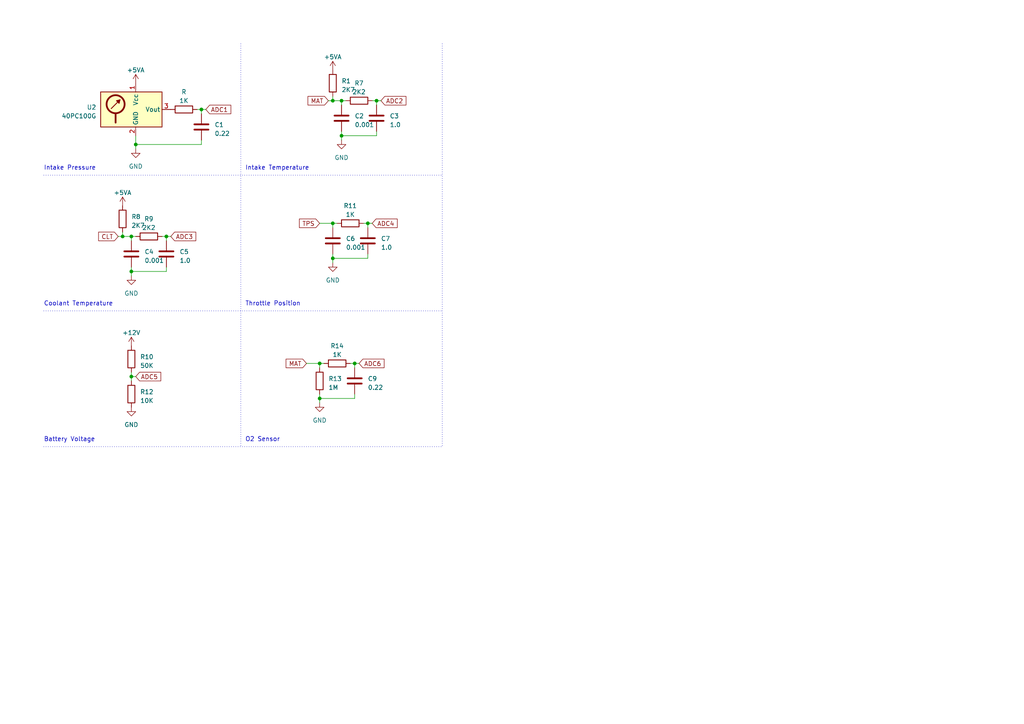
<source format=kicad_sch>
(kicad_sch (version 20230121) (generator eeschema)
  (paper "A4")
  (lib_symbols
    (symbol "Device:C" (pin_numbers hide) (pin_names (offset 0.254))
      (property "Reference" "C" (at 0.635 2.54 0))
      (property "Value" "C" (at 0.635 -2.54 0))
      (symbol "C_0_1"
        (polyline (pts (xy -2.032 -0.762) (xy 2.032 -0.762)) (stroke (width 0.508)))
        (polyline (pts (xy -2.032 0.762) (xy 2.032 0.762)) (stroke (width 0.508)))
      )
      (symbol "C_1_1"
        (pin passive line (at 0 3.81 270) (length 2.794) (name "~") (number "1"))
        (pin passive line (at 0 -3.81 90) (length 2.794) (name "~") (number "2"))
      )
    )
    (symbol "Device:R" (pin_numbers hide) (pin_names (offset 0))
      (property "Reference" "R" (at 2.032 0 90))
      (property "Value" "R" (at 0 0 90))
      (symbol "R_0_1"
        (rectangle (start -1.016 -2.54) (end 1.016 2.54) (stroke (width 0.254)))
      )
      (symbol "R_1_1"
        (pin passive line (at 0 3.81 270) (length 1.27) (name "~") (number "1"))
        (pin passive line (at 0 -3.81 90) (length 1.27) (name "~") (number "2"))
      )
    )
    (symbol "Sensor_Pressure:40PC100G"
      (property "Reference" "U" (at -10.16 6.35 0))
      (property "Value" "40PC100G" (at 6.35 6.35 0))
      (symbol "40PC100G_0_1"
        (circle (center -5.842 1.524) (radius 2.6162) (stroke (width 0.508)))
        (polyline (pts (xy -7.112 0.254) (xy -4.572 2.794)) (stroke (width 0.254)))
        (polyline (pts (xy -5.842 -1.27) (xy -5.842 -3.81)) (stroke (width 0.508)))
        (polyline (pts (xy -4.572 2.794) (xy -4.826 1.778) (xy -5.588 2.54) (xy -4.572 2.794)) (stroke (width 0.254)) (fill (type outline)))
        (rectangle (start 7.62 5.08) (end -10.16 -5.08) (stroke (width 0.254)) (fill (type background)))
      )
      (symbol "40PC100G_1_1"
        (pin power_in line (at 0 7.62 270) (length 2.54) (name "Vcc") (number "1"))
        (pin power_in line (at 0 -7.62 90) (length 2.54) (name "GND") (number "2"))
        (pin output line (at 10.16 0 180) (length 2.54) (name "Vout") (number "3"))
        (pin no_connect line (at -7.62 -5.08 90) (length 2.54) hide (name "NC") (number "4"))
        (pin no_connect line (at -5.08 -5.08 90) (length 2.54) hide (name "NC") (number "5"))
        (pin no_connect line (at -2.54 -5.08 90) (length 2.54) hide (name "NC") (number "6"))
      )
    )
    (symbol "power:+12V" (power) (pin_names (offset 0))
      (property "Value" "+12V" (at 0 3.556 0))
      (symbol "+12V_0_1"
        (polyline (pts (xy -0.762 1.27) (xy 0 2.54)))
        (polyline (pts (xy 0 0) (xy 0 2.54)))
        (polyline (pts (xy 0 2.54) (xy 0.762 1.27)))
      )
      (symbol "+12V_1_1"
        (pin power_in line (at 0 0 90) (length 0) hide (name "+12V") (number "1"))
      )
    )
    (symbol "power:+5VA" (power) (pin_names (offset 0))
      (property "Value" "+5VA" (at 0 3.556 0))
      (symbol "+5VA_0_1"
        (polyline (pts (xy -0.762 1.27) (xy 0 2.54)))
        (polyline (pts (xy 0 0) (xy 0 2.54)))
        (polyline (pts (xy 0 2.54) (xy 0.762 1.27)))
      )
      (symbol "+5VA_1_1"
        (pin power_in line (at 0 0 90) (length 0) hide (name "+5VA") (number "1"))
      )
    )
    (symbol "power:GND" (power) (pin_names (offset 0))
      (property "Value" "GND" (at 0 -3.81 0))
      (symbol "GND_0_1"
        (polyline (pts (xy 0 0) (xy 0 -1.27) (xy 1.27 -1.27) (xy 0 -2.54) (xy -1.27 -1.27) (xy 0 -1.27)))
      )
      (symbol "GND_1_1"
        (pin power_in line (at 0 0 270) (length 0) hide (name "GND") (number "1"))
      )
    )
  )
  (junction (at 38.1 68.58))
  (junction (at 106.68 64.77))
  (junction (at 35.56 68.58))
  (junction (at 48.26 68.58))
  (junction (at 99.06 39.37))
  (junction (at 96.52 74.93))
  (junction (at 109.22 29.21))
  (junction (at 96.52 29.21))
  (junction (at 38.1 109.22))
  (junction (at 38.1 78.74))
  (junction (at 96.52 64.77))
  (junction (at 39.37 41.91))
  (junction (at 58.42 31.75))
  (junction (at 99.06 29.21))
  (junction (at 92.71 115.57))
  (junction (at 92.71 105.41))
  (junction (at 102.87 105.41))
  (wire (pts (xy 92.71 105.41) (xy 92.71 106.68)))
  (wire (pts (xy 38.1 78.74) (xy 38.1 80.01)))
  (wire (pts (xy 102.87 115.57) (xy 102.87 114.3)))
  (wire (pts (xy 46.99 68.58) (xy 48.26 68.58)))
  (wire (pts (xy 38.1 109.22) (xy 39.37 109.22)))
  (wire (pts (xy 88.9 105.41) (xy 92.71 105.41)))
  (polyline (pts (xy 12.7 90.17) (xy 128.27 90.17)) (stroke (width 0) (type dot)))
  (wire (pts (xy 96.52 64.77) (xy 97.79 64.77)))
  (wire (pts (xy 96.52 74.93) (xy 106.68 74.93)))
  (wire (pts (xy 38.1 77.47) (xy 38.1 78.74)))
  (wire (pts (xy 92.71 64.77) (xy 96.52 64.77)))
  (wire (pts (xy 99.06 38.1) (xy 99.06 39.37)))
  (wire (pts (xy 35.56 67.31) (xy 35.56 68.58)))
  (wire (pts (xy 38.1 109.22) (xy 38.1 110.49)))
  (polyline (pts (xy 12.7 129.54) (xy 128.27 129.54)) (stroke (width 0) (type dot)))
  (wire (pts (xy 105.41 64.77) (xy 106.68 64.77)))
  (wire (pts (xy 96.52 27.94) (xy 96.52 29.21)))
  (wire (pts (xy 58.42 40.64) (xy 58.42 41.91)))
  (wire (pts (xy 35.56 68.58) (xy 38.1 68.58)))
  (wire (pts (xy 109.22 29.21) (xy 109.22 30.48)))
  (wire (pts (xy 58.42 31.75) (xy 59.69 31.75)))
  (wire (pts (xy 101.6 105.41) (xy 102.87 105.41)))
  (polyline (pts (xy 69.85 12.7) (xy 69.85 129.54)) (stroke (width 0) (type dot)))
  (wire (pts (xy 39.37 41.91) (xy 39.37 43.18)))
  (wire (pts (xy 96.52 74.93) (xy 96.52 76.2)))
  (polyline (pts (xy 12.7 50.8) (xy 128.27 50.8)) (stroke (width 0) (type dot)))
  (polyline (pts (xy 128.27 12.7) (xy 128.27 129.54)) (stroke (width 0) (type dot)))
  (wire (pts (xy 92.71 105.41) (xy 93.98 105.41)))
  (wire (pts (xy 38.1 68.58) (xy 38.1 69.85)))
  (wire (pts (xy 34.29 68.58) (xy 35.56 68.58)))
  (wire (pts (xy 38.1 78.74) (xy 48.26 78.74)))
  (wire (pts (xy 92.71 115.57) (xy 92.71 116.84)))
  (wire (pts (xy 96.52 29.21) (xy 99.06 29.21)))
  (wire (pts (xy 48.26 68.58) (xy 48.26 69.85)))
  (wire (pts (xy 96.52 73.66) (xy 96.52 74.93)))
  (wire (pts (xy 99.06 39.37) (xy 99.06 40.64)))
  (wire (pts (xy 109.22 39.37) (xy 109.22 38.1)))
  (wire (pts (xy 104.14 105.41) (xy 102.87 105.41)))
  (wire (pts (xy 38.1 107.95) (xy 38.1 109.22)))
  (wire (pts (xy 99.06 29.21) (xy 99.06 30.48)))
  (wire (pts (xy 39.37 39.37) (xy 39.37 41.91)))
  (wire (pts (xy 49.53 68.58) (xy 48.26 68.58)))
  (wire (pts (xy 92.71 115.57) (xy 102.87 115.57)))
  (wire (pts (xy 106.68 64.77) (xy 106.68 66.04)))
  (wire (pts (xy 48.26 78.74) (xy 48.26 77.47)))
  (wire (pts (xy 110.49 29.21) (xy 109.22 29.21)))
  (wire (pts (xy 38.1 68.58) (xy 39.37 68.58)))
  (wire (pts (xy 39.37 41.91) (xy 58.42 41.91)))
  (wire (pts (xy 95.25 29.21) (xy 96.52 29.21)))
  (wire (pts (xy 106.68 74.93) (xy 106.68 73.66)))
  (wire (pts (xy 107.95 29.21) (xy 109.22 29.21)))
  (wire (pts (xy 107.95 64.77) (xy 106.68 64.77)))
  (wire (pts (xy 58.42 31.75) (xy 58.42 33.02)))
  (wire (pts (xy 99.06 29.21) (xy 100.33 29.21)))
  (wire (pts (xy 96.52 64.77) (xy 96.52 66.04)))
  (wire (pts (xy 99.06 39.37) (xy 109.22 39.37)))
  (wire (pts (xy 102.87 105.41) (xy 102.87 106.68)))
  (wire (pts (xy 57.15 31.75) (xy 58.42 31.75)))
  (wire (pts (xy 92.71 114.3) (xy 92.71 115.57)))
  (text "O2 Sensor" (at 71.12 128.27 0) (effects (font (size 1.27 1.27)) (justify left bottom)))
  (text "Intake Pressure" (at 12.7 49.53 0) (effects (font (size 1.27 1.27)) (justify left bottom)))
  (text "Throttle Position" (at 71.12 88.9 0) (effects (font (size 1.27 1.27)) (justify left bottom)))
  (text "Battery Voltage" (at 12.7 128.27 0) (effects (font (size 1.27 1.27)) (justify left bottom)))
  (text "Coolant Temperature" (at 12.7 88.9 0) (effects (font (size 1.27 1.27)) (justify left bottom)))
  (text "Intake Temperature" (at 71.12 49.53 0) (effects (font (size 1.27 1.27)) (justify left bottom)))
  (global_label "ADC1" (shape input) (at 59.69 31.75 0) (property "Intersheetrefs" "${INTERSHEET_REFS}" (effects hide)))
  (global_label "CLT" (shape input) (at 34.29 68.58 180) (property "Intersheetrefs" "${INTERSHEET_REFS}" (effects hide)))
  (global_label "ADC2" (shape input) (at 110.49 29.21 0) (property "Intersheetrefs" "${INTERSHEET_REFS}" (effects hide)))
  (global_label "TPS" (shape input) (at 92.71 64.77 180) (property "Intersheetrefs" "${INTERSHEET_REFS}" (effects hide)))
  (global_label "ADC3" (shape input) (at 49.53 68.58 0) (property "Intersheetrefs" "${INTERSHEET_REFS}" (effects hide)))
  (global_label "ADC5" (shape input) (at 39.37 109.22 0) (property "Intersheetrefs" "${INTERSHEET_REFS}" (effects hide)))
  (global_label "MAT" (shape input) (at 95.25 29.21 180) (property "Intersheetrefs" "${INTERSHEET_REFS}" (effects hide)))
  (global_label "MAT" (shape input) (at 88.9 105.41 180) (property "Intersheetrefs" "${INTERSHEET_REFS}" (effects hide)))
  (global_label "ADC6" (shape input) (at 104.14 105.41 0) (property "Intersheetrefs" "${INTERSHEET_REFS}" (effects hide)))
  (global_label "ADC4" (shape input) (at 107.95 64.77 0) (property "Intersheetrefs" "${INTERSHEET_REFS}" (effects hide)))
  (symbol (lib_id "Device:R") (at 96.52 24.13 0) (unit 1)
    (property "Reference" "R1" (at 99.06 23.495 0) (effects (justify left)))
    (property "Value" "2K7" (at 99.06 26.035 0) (effects (justify left)))
  )
  (symbol (lib_id "Device:R") (at 35.56 63.5 0) (unit 1)
    (property "Reference" "R8" (at 38.1 62.865 0) (effects (justify left)))
    (property "Value" "2K7" (at 38.1 65.405 0) (effects (justify left)))
  )
  (symbol (lib_id "Device:C") (at 99.06 34.29 0) (unit 1)
    (property "Reference" "C2" (at 102.87 33.655 0) (effects (justify left)))
    (property "Value" "0.001" (at 102.87 36.195 0) (effects (justify left)))
  )
  (symbol (lib_id "power:+5VA") (at 35.56 59.69 0) (unit 1)
    (property "Reference" "#PWR025" (effects hide))
    (property "Value" "+5VA" (at 35.56 55.88 0))
  )
  (symbol (lib_id "Device:R") (at 38.1 104.14 0) (unit 1)
    (property "Reference" "R10" (at 40.64 103.505 0) (effects (justify left)))
    (property "Value" "50K" (at 40.64 106.045 0) (effects (justify left)))
  )
  (symbol (lib_id "Device:C") (at 109.22 34.29 0) (unit 1)
    (property "Reference" "C3" (at 113.03 33.655 0) (effects (justify left)))
    (property "Value" "1.0" (at 113.03 36.195 0) (effects (justify left)))
  )
  (symbol (lib_id "Device:C") (at 38.1 73.66 0) (unit 1)
    (property "Reference" "C4" (at 41.91 73.025 0) (effects (justify left)))
    (property "Value" "0.001" (at 41.91 75.565 0) (effects (justify left)))
  )
  (symbol (lib_id "Device:R") (at 92.71 110.49 180) (unit 1)
    (property "Reference" "R13" (at 95.25 109.855 0) (effects (justify right)))
    (property "Value" "1M" (at 95.25 112.395 0) (effects (justify right)))
  )
  (symbol (lib_id "Device:C") (at 96.52 69.85 0) (unit 1)
    (property "Reference" "C6" (at 100.33 69.215 0) (effects (justify left)))
    (property "Value" "0.001" (at 100.33 71.755 0) (effects (justify left)))
  )
  (symbol (lib_id "Device:R") (at 101.6 64.77 90) (unit 1)
    (property "Reference" "R11" (at 101.6 59.69 90))
    (property "Value" "1K" (at 101.6 62.23 90))
  )
  (symbol (lib_id "Device:R") (at 104.14 29.21 90) (unit 1)
    (property "Reference" "R7" (at 104.14 24.13 90))
    (property "Value" "2K2" (at 104.14 26.67 90))
  )
  (symbol (lib_id "Device:C") (at 102.87 110.49 0) (unit 1)
    (property "Reference" "C9" (at 106.68 109.855 0) (effects (justify left)))
    (property "Value" "0.22" (at 106.68 112.395 0) (effects (justify left)))
  )
  (symbol (lib_id "power:GND") (at 99.06 40.64 0) (unit 1)
    (property "Reference" "#PWR016" (effects hide))
    (property "Value" "GND" (at 99.06 45.72 0))
  )
  (symbol (lib_id "Device:C") (at 48.26 73.66 0) (unit 1)
    (property "Reference" "C5" (at 52.07 73.025 0) (effects (justify left)))
    (property "Value" "1.0" (at 52.07 75.565 0) (effects (justify left)))
  )
  (symbol (lib_id "power:GND") (at 38.1 118.11 0) (unit 1)
    (property "Reference" "#PWR029" (effects hide))
    (property "Value" "GND" (at 38.1 123.19 0))
  )
  (symbol (lib_id "power:GND") (at 38.1 80.01 0) (unit 1)
    (property "Reference" "#PWR026" (effects hide))
    (property "Value" "GND" (at 38.1 85.09 0))
  )
  (symbol (lib_id "Device:R") (at 97.79 105.41 90) (unit 1)
    (property "Reference" "R14" (at 97.79 100.33 90))
    (property "Value" "1K" (at 97.79 102.87 90))
  )
  (symbol (lib_id "power:+5VA") (at 96.52 20.32 0) (unit 1)
    (property "Reference" "#PWR015" (effects hide))
    (property "Value" "+5VA" (at 96.52 16.51 0))
  )
  (symbol (lib_id "power:GND") (at 96.52 76.2 0) (unit 1)
    (property "Reference" "#PWR028" (effects hide))
    (property "Value" "GND" (at 96.52 81.28 0))
  )
  (symbol (lib_id "Device:C") (at 106.68 69.85 0) (unit 1)
    (property "Reference" "C7" (at 110.49 69.215 0) (effects (justify left)))
    (property "Value" "1.0" (at 110.49 71.755 0) (effects (justify left)))
  )
  (symbol (lib_id "Sensor_Pressure:40PC100G") (at 39.37 31.75 0) (unit 1)
    (property "Reference" "U2" (at 27.94 31.115 0) (effects (justify right)))
    (property "Value" "40PC100G" (at 27.94 33.655 0) (effects (justify right)))
    (property "Datasheet" "http://www.honeywellscportal.com//index.php?ci_id=138832" (effects hide))
  )
  (symbol (lib_id "Device:R") (at 38.1 114.3 0) (unit 1)
    (property "Reference" "R12" (at 40.64 113.665 0) (effects (justify left)))
    (property "Value" "10K" (at 40.64 116.205 0) (effects (justify left)))
  )
  (symbol (lib_id "power:GND") (at 39.37 43.18 0) (unit 1)
    (property "Reference" "#PWR022" (effects hide))
    (property "Value" "GND" (at 39.37 48.26 0))
  )
  (symbol (lib_id "Device:R") (at 43.18 68.58 90) (unit 1)
    (property "Reference" "R9" (at 43.18 63.5 90))
    (property "Value" "2K2" (at 43.18 66.04 90))
  )
  (symbol (lib_id "power:+12V") (at 38.1 100.33 0) (unit 1)
    (property "Reference" "#PWR027" (effects hide))
    (property "Value" "+12V" (at 38.1 96.52 0))
  )
  (symbol (lib_id "Device:C") (at 58.42 36.83 0) (unit 1)
    (property "Reference" "C1" (at 62.23 36.195 0) (effects (justify left)))
    (property "Value" "0.22" (at 62.23 38.735 0) (effects (justify left)))
  )
  (symbol (lib_id "Device:R") (at 53.34 31.75 90) (unit 1)
    (property "Reference" "R" (at 53.34 26.67 90))
    (property "Value" "1K" (at 53.34 29.21 90))
  )
  (symbol (lib_id "power:GND") (at 92.71 116.84 0) (unit 1)
    (property "Reference" "#PWR031" (effects hide))
    (property "Value" "GND" (at 92.71 121.92 0))
  )
  (symbol (lib_id "power:+5VA") (at 39.37 24.13 0) (unit 1)
    (property "Reference" "#PWR021" (effects hide))
    (property "Value" "+5VA" (at 39.37 20.32 0))
  )
)
</source>
